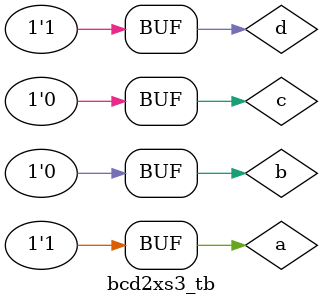
<source format=v>
module bcd2xs3 (
    input a, b, c, d,
    output w, x, y, z
);

assign w = a | b & d | b & c;
assign x = !b & d | !b & c | b & !c & !d;
assign y = !c & !d | c & d;
assign z = !d;

endmodule

module bcd2xs3_tb;
reg a, b, c, d;
wire w, x, y, z;

bcd2xs3 dut (a, b, c, d, w, x, y, z);

initial begin
    $display("ABCD | WXYZ");
    $monitor("%b%b%b%b | %b%b%b%b", a, b, c, d, w, x, y, z);
    {a,b,c,d} = 4'b0000; #10;
    {a,b,c,d} = 4'b0001; #10;
    {a,b,c,d} = 4'b0010; #10;
    {a,b,c,d} = 4'b0011; #10;
    {a,b,c,d} = 4'b0100; #10;
    {a,b,c,d} = 4'b0101; #10;
    {a,b,c,d} = 4'b0110; #10;
    {a,b,c,d} = 4'b0111; #10;
    {a,b,c,d} = 4'b1000; #10;
    {a,b,c,d} = 4'b1001; #10;
end

endmodule
</source>
